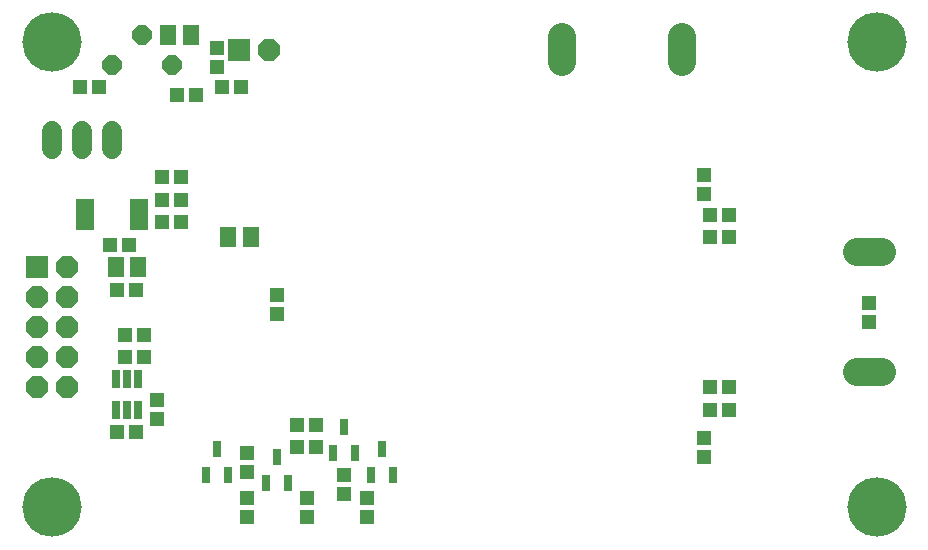
<source format=gbs>
G75*
%MOIN*%
%OFA0B0*%
%FSLAX25Y25*%
%IPPOS*%
%LPD*%
%AMOC8*
5,1,8,0,0,1.08239X$1,22.5*
%
%ADD10R,0.02900X0.05400*%
%ADD11R,0.06300X0.02500*%
%ADD12R,0.07200X0.07200*%
%ADD13OC8,0.07200*%
%ADD14R,0.05524X0.06706*%
%ADD15OC8,0.06400*%
%ADD16R,0.03000X0.06000*%
%ADD17C,0.06800*%
%ADD18R,0.04737X0.05131*%
%ADD19R,0.05131X0.04737*%
%ADD20C,0.19800*%
%ADD21C,0.09200*%
D10*
X0087800Y0037200D03*
X0095200Y0037200D03*
X0107800Y0034700D03*
X0115200Y0034700D03*
X0111500Y0043300D03*
X0130300Y0044700D03*
X0137700Y0044700D03*
X0146500Y0045800D03*
X0142800Y0037200D03*
X0150200Y0037200D03*
X0134000Y0053300D03*
X0091500Y0045800D03*
D11*
X0065400Y0120200D03*
X0065400Y0122700D03*
X0065400Y0125300D03*
X0065400Y0127800D03*
X0047600Y0127800D03*
X0047600Y0125300D03*
X0047600Y0122700D03*
X0047600Y0120200D03*
D12*
X0031500Y0106500D03*
X0099000Y0179000D03*
D13*
X0109000Y0179000D03*
X0041500Y0106500D03*
X0041500Y0096500D03*
X0031500Y0096500D03*
X0031500Y0086500D03*
X0041500Y0086500D03*
X0041500Y0076500D03*
X0031500Y0076500D03*
X0031500Y0066500D03*
X0041500Y0066500D03*
D14*
X0057750Y0106500D03*
X0065250Y0106500D03*
X0095250Y0116500D03*
X0102750Y0116500D03*
X0082750Y0184000D03*
X0075250Y0184000D03*
D15*
X0066500Y0184000D03*
X0056500Y0174000D03*
X0076500Y0174000D03*
D16*
X0065200Y0069100D03*
X0061500Y0069100D03*
X0057800Y0069100D03*
X0057800Y0058900D03*
X0061500Y0058900D03*
X0065200Y0058900D03*
D17*
X0056500Y0146000D02*
X0056500Y0152000D01*
X0046500Y0152000D02*
X0046500Y0146000D01*
X0036500Y0146000D02*
X0036500Y0152000D01*
D18*
X0045875Y0166500D03*
X0052125Y0166500D03*
X0078375Y0164000D03*
X0084625Y0164000D03*
X0093375Y0166500D03*
X0099625Y0166500D03*
X0079625Y0136500D03*
X0073375Y0136500D03*
X0073375Y0129000D03*
X0079625Y0129000D03*
X0079625Y0121500D03*
X0073375Y0121500D03*
X0062125Y0114000D03*
X0055875Y0114000D03*
X0058375Y0099000D03*
X0064625Y0099000D03*
X0067125Y0084000D03*
X0060875Y0084000D03*
X0060875Y0076500D03*
X0067125Y0076500D03*
X0064625Y0051500D03*
X0058375Y0051500D03*
X0118375Y0054000D03*
X0124625Y0054000D03*
X0124625Y0046500D03*
X0118375Y0046500D03*
X0255875Y0059000D03*
X0262125Y0059000D03*
X0262125Y0066500D03*
X0255875Y0066500D03*
X0255875Y0116500D03*
X0262125Y0116500D03*
X0262125Y0124000D03*
X0255875Y0124000D03*
D19*
X0254000Y0130875D03*
X0254000Y0137125D03*
X0309000Y0094625D03*
X0309000Y0088375D03*
X0254000Y0049625D03*
X0254000Y0043375D03*
X0141500Y0029625D03*
X0141500Y0023375D03*
X0134000Y0030875D03*
X0134000Y0037125D03*
X0121500Y0029625D03*
X0121500Y0023375D03*
X0101500Y0023375D03*
X0101500Y0029625D03*
X0101500Y0038375D03*
X0101500Y0044625D03*
X0071500Y0055875D03*
X0071500Y0062125D03*
X0111500Y0090875D03*
X0111500Y0097125D03*
X0091500Y0173375D03*
X0091500Y0179625D03*
D20*
X0036500Y0026500D03*
X0036500Y0181500D03*
X0311500Y0181500D03*
X0311500Y0026500D03*
D21*
X0313200Y0071500D02*
X0304800Y0071500D01*
X0304800Y0111500D02*
X0313200Y0111500D01*
X0246500Y0174800D02*
X0246500Y0183200D01*
X0206500Y0183200D02*
X0206500Y0174800D01*
M02*

</source>
